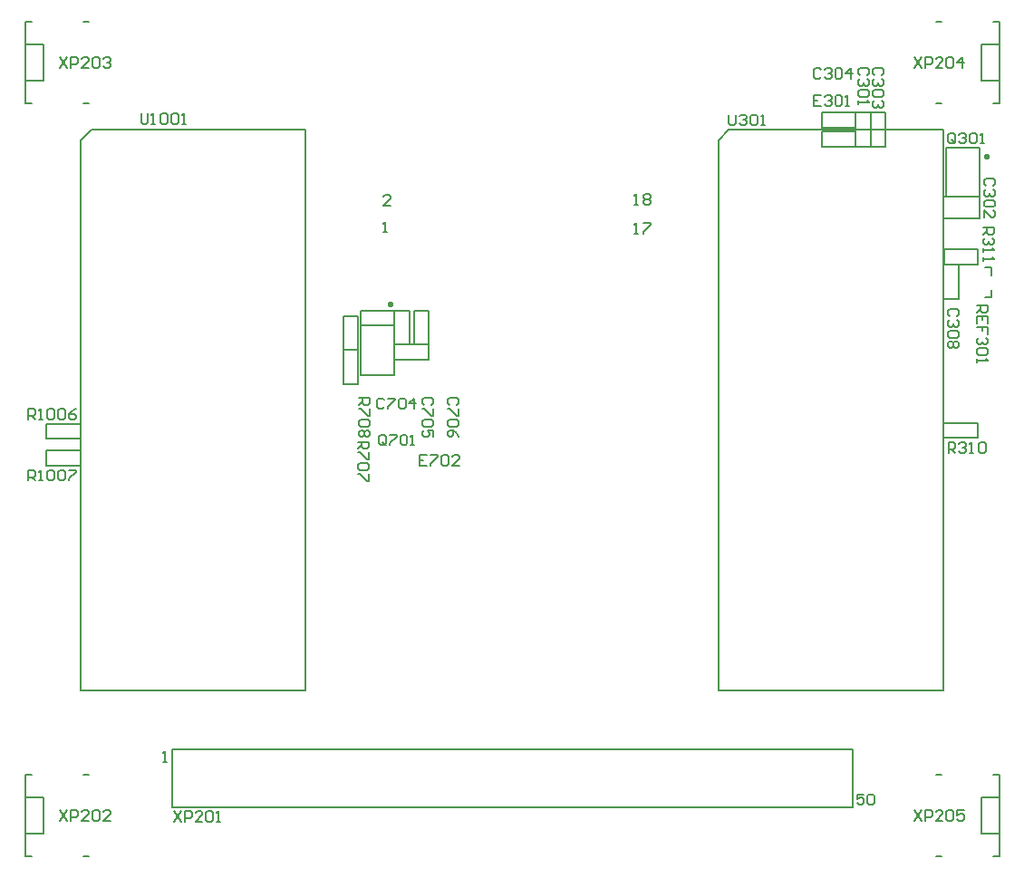
<source format=gto>
G04*
G04 #@! TF.GenerationSoftware,Altium Limited,Altium Designer,22.1.2 (22)*
G04*
G04 Layer_Color=65535*
%FSAX44Y44*%
%MOMM*%
G71*
G04*
G04 #@! TF.SameCoordinates,FD085C4F-33D3-4CAD-8C95-339AC6E91DDF*
G04*
G04*
G04 #@! TF.FilePolarity,Positive*
G04*
G01*
G75*
%ADD10C,0.1530*%
%ADD11C,0.2000*%
%ADD12C,0.2540*%
D10*
X00312000Y00493000D02*
X00326000D01*
Y00525000D01*
X00312000D02*
X00326000D01*
X00312000Y00493000D02*
Y00525000D01*
X00312000Y00461000D02*
Y00493000D01*
X00326000D01*
Y00461000D02*
Y00493000D01*
X00312000Y00461000D02*
X00326000D01*
X00066800Y00689300D02*
X00076550Y00699050D01*
X00277000Y00699050D01*
X00066800Y00175000D02*
X00277000D01*
X00066800Y00689300D02*
X00066800Y00175000D01*
X00277000Y00699050D02*
X00277000Y00175000D01*
X00035000Y00424000D02*
X00067000D01*
Y00410000D02*
Y00424000D01*
X00035000Y00410000D02*
X00067000D01*
X00035000D02*
Y00424000D01*
Y00399000D02*
X00067000D01*
Y00385000D02*
Y00399000D01*
X00035000Y00385000D02*
X00067000D01*
X00035000D02*
Y00399000D01*
X00378000Y00530000D02*
X00392000D01*
X00378000D02*
X00378000Y00498000D01*
X00392000Y00498000D01*
Y00530000D01*
X00360000Y00498000D02*
X00392000D01*
X00360000D02*
X00360000Y00484000D01*
X00392000D02*
X00392000Y00498000D01*
X00360000Y00484000D02*
X00392000D01*
X00360000Y00530000D02*
X00374000Y00530000D01*
X00360000Y00498000D02*
Y00530000D01*
Y00498000D02*
X00374000Y00498000D01*
Y00530000D01*
X00328000Y00470000D02*
X00360000D01*
X00360000Y00516000D02*
X00360000Y00470000D01*
X00328000D02*
X00328000Y00516000D01*
X00360000D01*
X00328000D02*
Y00530000D01*
Y00516000D02*
X00360000D01*
Y00530000D01*
X00328000D02*
X00360000D01*
X00873000Y00616000D02*
Y00636000D01*
X00907000D01*
Y00616000D02*
Y00636000D01*
X00873000Y00616000D02*
X00907000D01*
X00152000Y00066000D02*
Y00120000D01*
X00788000D01*
Y00066000D02*
Y00120000D01*
X00152000Y00066000D02*
X00788000D01*
X00873250Y00573000D02*
X00905250D01*
X00873250D02*
Y00587000D01*
X00905250D01*
Y00573000D02*
Y00587000D01*
X00672550Y00699050D02*
X00873000D01*
X00662800Y00689300D02*
X00672550Y00699050D01*
X00873000D02*
X00873000Y00175000D01*
X00805000Y00683000D02*
Y00715000D01*
X00791000Y00683000D02*
X00805000Y00683000D01*
X00791000Y00683000D02*
Y00715000D01*
X00805000D01*
X00873000Y00541000D02*
Y00573000D01*
X00887000Y00573000D01*
Y00541000D02*
Y00573000D01*
X00873000Y00541000D02*
X00887000Y00541000D01*
X00912000Y00570500D02*
X00918000D01*
Y00563000D02*
Y00570500D01*
X00912000Y00542000D02*
X00918000D01*
Y00549000D01*
X00791000Y00701000D02*
Y00715000D01*
X00759000D02*
X00791000D01*
X00759000Y00701000D02*
X00759000Y00715000D01*
X00759000Y00701000D02*
X00791000D01*
X00759000Y00697000D02*
X00791000Y00697000D01*
X00759000Y00683000D02*
Y00697000D01*
X00791000Y00697000D02*
X00791000Y00683000D01*
X00759000Y00683000D02*
X00791000Y00683000D01*
X00805000Y00715000D02*
X00819000Y00715000D01*
X00805000Y00683000D02*
Y00715000D01*
Y00683000D02*
X00819000Y00683000D01*
Y00715000D01*
X00873000Y00411000D02*
X00905000D01*
X00873000D02*
Y00425000D01*
X00905000D01*
Y00411000D02*
Y00425000D01*
X00875000Y00636000D02*
X00907000D01*
Y00682000D01*
X00875000Y00636000D02*
Y00682000D01*
X00907000D01*
X00662800Y00175000D02*
Y00689300D01*
Y00175000D02*
X00873000D01*
X00069000Y00724000D02*
X00074000D01*
X00069000Y00800000D02*
X00074000D01*
X00015000Y00779000D02*
X00032000D01*
Y00745000D02*
Y00779000D01*
X00015000Y00745000D02*
X00032000D01*
X00015000Y00724000D02*
X00021000D01*
X00015000Y00800000D02*
X00021000D01*
X00015000Y00724000D02*
Y00800000D01*
X00866000Y00096000D02*
X00871000D01*
X00866000Y00020000D02*
X00871000D01*
X00908000Y00041000D02*
X00925000D01*
X00908000D02*
Y00075000D01*
X00925000D01*
X00919000Y00096000D02*
X00925000D01*
X00919000Y00020000D02*
X00925000D01*
Y00096000D01*
X00069000Y00020000D02*
X00074000D01*
X00069000Y00096000D02*
X00074000D01*
X00015000Y00075000D02*
X00032000D01*
Y00041000D02*
Y00075000D01*
X00015000Y00041000D02*
X00032000D01*
X00015000Y00020000D02*
X00021000D01*
X00015000Y00096000D02*
X00021000D01*
X00015000Y00020000D02*
Y00096000D01*
X00925000Y00724000D02*
Y00800000D01*
X00919000Y00724000D02*
X00925000D01*
X00919000Y00800000D02*
X00925000D01*
X00908000Y00779000D02*
X00925000D01*
X00908000Y00745000D02*
Y00779000D01*
Y00745000D02*
X00925000D01*
X00866000Y00724000D02*
X00871000D01*
X00866000Y00800000D02*
X00871000D01*
D11*
X00356665Y00628000D02*
X00350000D01*
X00356665Y00634664D01*
Y00636331D01*
X00354998Y00637997D01*
X00351666D01*
X00350000Y00636331D01*
Y00603000D02*
X00353332D01*
X00351666D01*
Y00612997D01*
X00350000Y00611331D01*
X00584502Y00629000D02*
X00587835D01*
X00586169D01*
Y00638997D01*
X00584502Y00637331D01*
X00592833D02*
X00594499Y00638997D01*
X00597831D01*
X00599498Y00637331D01*
Y00635664D01*
X00597831Y00633998D01*
X00599498Y00632332D01*
Y00630666D01*
X00597831Y00629000D01*
X00594499D01*
X00592833Y00630666D01*
Y00632332D01*
X00594499Y00633998D01*
X00592833Y00635664D01*
Y00637331D01*
X00594499Y00633998D02*
X00597831D01*
X00584502Y00602000D02*
X00587835D01*
X00586169D01*
Y00611997D01*
X00584502Y00610331D01*
X00592833Y00611997D02*
X00599498D01*
Y00610331D01*
X00592833Y00603666D01*
Y00602000D01*
X00144000Y00108000D02*
X00147332D01*
X00145666D01*
Y00117997D01*
X00144000Y00116331D01*
X00798664Y00077997D02*
X00792000D01*
Y00072998D01*
X00795332Y00074665D01*
X00796998D01*
X00798664Y00072998D01*
Y00069666D01*
X00796998Y00068000D01*
X00793666D01*
X00792000Y00069666D01*
X00801997Y00076331D02*
X00803663Y00077997D01*
X00806995D01*
X00808661Y00076331D01*
Y00069666D01*
X00806995Y00068000D01*
X00803663D01*
X00801997Y00069666D01*
Y00076331D01*
X00017507Y00371002D02*
Y00380998D01*
X00022506D01*
X00024172Y00379332D01*
Y00376000D01*
X00022506Y00374334D01*
X00017507D01*
X00020840D02*
X00024172Y00371002D01*
X00027504D02*
X00030836D01*
X00029170D01*
Y00380998D01*
X00027504Y00379332D01*
X00035835D02*
X00037501Y00380998D01*
X00040833D01*
X00042499Y00379332D01*
Y00372668D01*
X00040833Y00371002D01*
X00037501D01*
X00035835Y00372668D01*
Y00379332D01*
X00045831D02*
X00047498Y00380998D01*
X00050830D01*
X00052496Y00379332D01*
Y00372668D01*
X00050830Y00371002D01*
X00047498D01*
X00045831Y00372668D01*
Y00379332D01*
X00055828Y00380998D02*
X00062493D01*
Y00379332D01*
X00055828Y00372668D01*
Y00371002D01*
X00017507Y00428002D02*
Y00437998D01*
X00022506D01*
X00024172Y00436332D01*
Y00433000D01*
X00022506Y00431334D01*
X00017507D01*
X00020840D02*
X00024172Y00428002D01*
X00027504D02*
X00030836D01*
X00029170D01*
Y00437998D01*
X00027504Y00436332D01*
X00035835D02*
X00037501Y00437998D01*
X00040833D01*
X00042499Y00436332D01*
Y00429668D01*
X00040833Y00428002D01*
X00037501D01*
X00035835Y00429668D01*
Y00436332D01*
X00045831D02*
X00047498Y00437998D01*
X00050830D01*
X00052496Y00436332D01*
Y00429668D01*
X00050830Y00428002D01*
X00047498D01*
X00045831Y00429668D01*
Y00436332D01*
X00062493Y00437998D02*
X00059160Y00436332D01*
X00055828Y00433000D01*
Y00429668D01*
X00057494Y00428002D01*
X00060827D01*
X00062493Y00429668D01*
Y00431334D01*
X00060827Y00433000D01*
X00055828D01*
X00327002Y00448327D02*
X00336998D01*
Y00443329D01*
X00335332Y00441663D01*
X00332000D01*
X00330334Y00443329D01*
Y00448327D01*
Y00444995D02*
X00327002Y00441663D01*
X00336998Y00438331D02*
Y00431666D01*
X00335332D01*
X00328668Y00438331D01*
X00327002D01*
X00335332Y00428334D02*
X00336998Y00426668D01*
Y00423335D01*
X00335332Y00421669D01*
X00328668D01*
X00327002Y00423335D01*
Y00426668D01*
X00328668Y00428334D01*
X00335332D01*
Y00418337D02*
X00336998Y00416671D01*
Y00413339D01*
X00335332Y00411673D01*
X00333666D01*
X00332000Y00413339D01*
X00330334Y00411673D01*
X00328668D01*
X00327002Y00413339D01*
Y00416671D01*
X00328668Y00418337D01*
X00330334D01*
X00332000Y00416671D01*
X00333666Y00418337D01*
X00335332D01*
X00332000Y00416671D02*
Y00413339D01*
X00326002Y00407327D02*
X00335998D01*
Y00402329D01*
X00334332Y00400663D01*
X00331000D01*
X00329334Y00402329D01*
Y00407327D01*
Y00403995D02*
X00326002Y00400663D01*
X00335998Y00397331D02*
Y00390666D01*
X00334332D01*
X00327668Y00397331D01*
X00326002D01*
X00334332Y00387334D02*
X00335998Y00385668D01*
Y00382336D01*
X00334332Y00380669D01*
X00327668D01*
X00326002Y00382336D01*
Y00385668D01*
X00327668Y00387334D01*
X00334332D01*
X00335998Y00377337D02*
Y00370673D01*
X00334332D01*
X00327668Y00377337D01*
X00326002D01*
X00352003Y00405668D02*
Y00412332D01*
X00350337Y00413998D01*
X00347005D01*
X00345339Y00412332D01*
Y00405668D01*
X00347005Y00404002D01*
X00350337D01*
X00348671Y00407334D02*
X00352003Y00404002D01*
X00350337D02*
X00352003Y00405668D01*
X00355336Y00413998D02*
X00362000D01*
Y00412332D01*
X00355336Y00405668D01*
Y00404002D01*
X00365332Y00412332D02*
X00366998Y00413998D01*
X00370331D01*
X00371997Y00412332D01*
Y00405668D01*
X00370331Y00404002D01*
X00366998D01*
X00365332Y00405668D01*
Y00412332D01*
X00375329Y00404002D02*
X00378661D01*
X00376995D01*
Y00413998D01*
X00375329Y00412332D01*
X00390337Y00394998D02*
X00383673D01*
Y00385002D01*
X00390337D01*
X00383673Y00390000D02*
X00387005D01*
X00393669Y00394998D02*
X00400334D01*
Y00393332D01*
X00393669Y00386668D01*
Y00385002D01*
X00403666Y00393332D02*
X00405332Y00394998D01*
X00408665D01*
X00410331Y00393332D01*
Y00386668D01*
X00408665Y00385002D01*
X00405332D01*
X00403666Y00386668D01*
Y00393332D01*
X00420327Y00385002D02*
X00413663D01*
X00420327Y00391666D01*
Y00393332D01*
X00418661Y00394998D01*
X00415329D01*
X00413663Y00393332D01*
X00418332Y00441663D02*
X00419999Y00443329D01*
Y00446661D01*
X00418332Y00448327D01*
X00411668D01*
X00410002Y00446661D01*
Y00443329D01*
X00411668Y00441663D01*
X00419999Y00438331D02*
Y00431666D01*
X00418332D01*
X00411668Y00438331D01*
X00410002D01*
X00418332Y00428334D02*
X00419999Y00426668D01*
Y00423335D01*
X00418332Y00421669D01*
X00411668D01*
X00410002Y00423335D01*
Y00426668D01*
X00411668Y00428334D01*
X00418332D01*
X00419999Y00411673D02*
X00418332Y00415005D01*
X00415000Y00418337D01*
X00411668D01*
X00410002Y00416671D01*
Y00413339D01*
X00411668Y00411673D01*
X00413334D01*
X00415000Y00413339D01*
Y00418337D01*
X00394332Y00441663D02*
X00395998Y00443329D01*
Y00446661D01*
X00394332Y00448327D01*
X00387668D01*
X00386002Y00446661D01*
Y00443329D01*
X00387668Y00441663D01*
X00395998Y00438331D02*
Y00431666D01*
X00394332D01*
X00387668Y00438331D01*
X00386002D01*
X00394332Y00428334D02*
X00395998Y00426668D01*
Y00423335D01*
X00394332Y00421669D01*
X00387668D01*
X00386002Y00423335D01*
Y00426668D01*
X00387668Y00428334D01*
X00394332D01*
X00395998Y00411673D02*
Y00418337D01*
X00391000D01*
X00392666Y00415005D01*
Y00413339D01*
X00391000Y00411673D01*
X00387668D01*
X00386002Y00413339D01*
Y00416671D01*
X00387668Y00418337D01*
X00350337Y00446332D02*
X00348671Y00447998D01*
X00345339D01*
X00343673Y00446332D01*
Y00439668D01*
X00345339Y00438002D01*
X00348671D01*
X00350337Y00439668D01*
X00353669Y00447998D02*
X00360334D01*
Y00446332D01*
X00353669Y00439668D01*
Y00438002D01*
X00363666Y00446332D02*
X00365332Y00447998D01*
X00368665D01*
X00370331Y00446332D01*
Y00439668D01*
X00368665Y00438002D01*
X00365332D01*
X00363666Y00439668D01*
Y00446332D01*
X00378661Y00438002D02*
Y00447998D01*
X00373663Y00443000D01*
X00380327D01*
X00123173Y00713998D02*
Y00705668D01*
X00124839Y00704002D01*
X00128172D01*
X00129838Y00705668D01*
Y00713998D01*
X00133170Y00704002D02*
X00136502D01*
X00134836D01*
Y00713998D01*
X00133170Y00712332D01*
X00141501D02*
X00143167Y00713998D01*
X00146499D01*
X00148165Y00712332D01*
Y00705668D01*
X00146499Y00704002D01*
X00143167D01*
X00141501Y00705668D01*
Y00712332D01*
X00151498D02*
X00153164Y00713998D01*
X00156496D01*
X00158162Y00712332D01*
Y00705668D01*
X00156496Y00704002D01*
X00153164D01*
X00151498Y00705668D01*
Y00712332D01*
X00161494Y00704002D02*
X00164827D01*
X00163160D01*
Y00713998D01*
X00161494Y00712332D01*
X00904002Y00534658D02*
X00913998D01*
Y00529660D01*
X00912332Y00527994D01*
X00909000D01*
X00907334Y00529660D01*
Y00534658D01*
Y00531326D02*
X00904002Y00527994D01*
X00913998Y00517997D02*
Y00524661D01*
X00904002D01*
Y00517997D01*
X00909000Y00524661D02*
Y00521329D01*
X00913998Y00508000D02*
Y00514664D01*
X00909000D01*
Y00511332D01*
Y00514664D01*
X00904002D01*
X00912332Y00504668D02*
X00913998Y00503002D01*
Y00499669D01*
X00912332Y00498003D01*
X00910666D01*
X00909000Y00499669D01*
Y00501335D01*
Y00499669D01*
X00907334Y00498003D01*
X00905668D01*
X00904002Y00499669D01*
Y00503002D01*
X00905668Y00504668D01*
X00912332Y00494671D02*
X00913998Y00493005D01*
Y00489673D01*
X00912332Y00488006D01*
X00905668D01*
X00904002Y00489673D01*
Y00493005D01*
X00905668Y00494671D01*
X00912332D01*
X00904002Y00484674D02*
Y00481342D01*
Y00483008D01*
X00913998D01*
X00912332Y00484674D01*
X00801332Y00749663D02*
X00802998Y00751329D01*
Y00754661D01*
X00801332Y00756327D01*
X00794668D01*
X00793002Y00754661D01*
Y00751329D01*
X00794668Y00749663D01*
X00801332Y00746331D02*
X00802998Y00744665D01*
Y00741332D01*
X00801332Y00739666D01*
X00799666D01*
X00798000Y00741332D01*
Y00742998D01*
Y00741332D01*
X00796334Y00739666D01*
X00794668D01*
X00793002Y00741332D01*
Y00744665D01*
X00794668Y00746331D01*
X00801332Y00736334D02*
X00802998Y00734668D01*
Y00731335D01*
X00801332Y00729669D01*
X00794668D01*
X00793002Y00731335D01*
Y00734668D01*
X00794668Y00736334D01*
X00801332D01*
X00793002Y00726337D02*
Y00723005D01*
Y00724671D01*
X00802998D01*
X00801332Y00726337D01*
X00758337Y00730998D02*
X00751673D01*
Y00721002D01*
X00758337D01*
X00751673Y00726000D02*
X00755005D01*
X00761669Y00729332D02*
X00763335Y00730998D01*
X00766668D01*
X00768334Y00729332D01*
Y00727666D01*
X00766668Y00726000D01*
X00765002D01*
X00766668D01*
X00768334Y00724334D01*
Y00722668D01*
X00766668Y00721002D01*
X00763335D01*
X00761669Y00722668D01*
X00771666Y00729332D02*
X00773332Y00730998D01*
X00776665D01*
X00778331Y00729332D01*
Y00722668D01*
X00776665Y00721002D01*
X00773332D01*
X00771666Y00722668D01*
Y00729332D01*
X00781663Y00721002D02*
X00784995D01*
X00783329D01*
Y00730998D01*
X00781663Y00729332D01*
X00672339Y00712998D02*
Y00704668D01*
X00674005Y00703002D01*
X00677337D01*
X00679003Y00704668D01*
Y00712998D01*
X00682336Y00711332D02*
X00684002Y00712998D01*
X00687334D01*
X00689000Y00711332D01*
Y00709666D01*
X00687334Y00708000D01*
X00685668D01*
X00687334D01*
X00689000Y00706334D01*
Y00704668D01*
X00687334Y00703002D01*
X00684002D01*
X00682336Y00704668D01*
X00692332Y00711332D02*
X00693998Y00712998D01*
X00697331D01*
X00698997Y00711332D01*
Y00704668D01*
X00697331Y00703002D01*
X00693998D01*
X00692332Y00704668D01*
Y00711332D01*
X00702329Y00703002D02*
X00705661D01*
X00703995D01*
Y00712998D01*
X00702329Y00711332D01*
X00877506Y00397002D02*
Y00406998D01*
X00882504D01*
X00884170Y00405332D01*
Y00402000D01*
X00882504Y00400334D01*
X00877506D01*
X00880838D02*
X00884170Y00397002D01*
X00887502Y00405332D02*
X00889169Y00406998D01*
X00892501D01*
X00894167Y00405332D01*
Y00403666D01*
X00892501Y00402000D01*
X00890835D01*
X00892501D01*
X00894167Y00400334D01*
Y00398668D01*
X00892501Y00397002D01*
X00889169D01*
X00887502Y00398668D01*
X00897499Y00397002D02*
X00900831D01*
X00899165D01*
Y00406998D01*
X00897499Y00405332D01*
X00905830D02*
X00907496Y00406998D01*
X00910828D01*
X00912494Y00405332D01*
Y00398668D01*
X00910828Y00397002D01*
X00907496D01*
X00905830Y00398668D01*
Y00405332D01*
X00910002Y00607828D02*
X00919998D01*
Y00602830D01*
X00918332Y00601164D01*
X00915000D01*
X00913334Y00602830D01*
Y00607828D01*
Y00604496D02*
X00910002Y00601164D01*
X00918332Y00597831D02*
X00919998Y00596165D01*
Y00592833D01*
X00918332Y00591167D01*
X00916666D01*
X00915000Y00592833D01*
Y00594499D01*
Y00592833D01*
X00913334Y00591167D01*
X00911668D01*
X00910002Y00592833D01*
Y00596165D01*
X00911668Y00597831D01*
X00910002Y00587835D02*
Y00584502D01*
Y00586169D01*
X00919998D01*
X00918332Y00587835D01*
X00910002Y00579504D02*
Y00576172D01*
Y00577838D01*
X00919998D01*
X00918332Y00579504D01*
X00884003Y00687668D02*
Y00694332D01*
X00882337Y00695998D01*
X00879005D01*
X00877339Y00694332D01*
Y00687668D01*
X00879005Y00686002D01*
X00882337D01*
X00880671Y00689334D02*
X00884003Y00686002D01*
X00882337D02*
X00884003Y00687668D01*
X00887336Y00694332D02*
X00889002Y00695998D01*
X00892334D01*
X00894000Y00694332D01*
Y00692666D01*
X00892334Y00691000D01*
X00890668D01*
X00892334D01*
X00894000Y00689334D01*
Y00687668D01*
X00892334Y00686002D01*
X00889002D01*
X00887336Y00687668D01*
X00897332Y00694332D02*
X00898998Y00695998D01*
X00902331D01*
X00903997Y00694332D01*
Y00687668D01*
X00902331Y00686002D01*
X00898998D01*
X00897332Y00687668D01*
Y00694332D01*
X00907329Y00686002D02*
X00910661D01*
X00908995D01*
Y00695998D01*
X00907329Y00694332D01*
X00885332Y00524663D02*
X00886998Y00526329D01*
Y00529661D01*
X00885332Y00531327D01*
X00878668D01*
X00877002Y00529661D01*
Y00526329D01*
X00878668Y00524663D01*
X00885332Y00521331D02*
X00886998Y00519664D01*
Y00516332D01*
X00885332Y00514666D01*
X00883666D01*
X00882000Y00516332D01*
Y00517998D01*
Y00516332D01*
X00880334Y00514666D01*
X00878668D01*
X00877002Y00516332D01*
Y00519664D01*
X00878668Y00521331D01*
X00885332Y00511334D02*
X00886998Y00509668D01*
Y00506335D01*
X00885332Y00504669D01*
X00878668D01*
X00877002Y00506335D01*
Y00509668D01*
X00878668Y00511334D01*
X00885332D01*
Y00501337D02*
X00886998Y00499671D01*
Y00496339D01*
X00885332Y00494673D01*
X00883666D01*
X00882000Y00496339D01*
X00880334Y00494673D01*
X00878668D01*
X00877002Y00496339D01*
Y00499671D01*
X00878668Y00501337D01*
X00880334D01*
X00882000Y00499671D01*
X00883666Y00501337D01*
X00885332D01*
X00882000Y00499671D02*
Y00496339D01*
X00919332Y00646663D02*
X00920998Y00648329D01*
Y00651661D01*
X00919332Y00653327D01*
X00912668D01*
X00911002Y00651661D01*
Y00648329D01*
X00912668Y00646663D01*
X00919332Y00643331D02*
X00920998Y00641665D01*
Y00638332D01*
X00919332Y00636666D01*
X00917666D01*
X00916000Y00638332D01*
Y00639998D01*
Y00638332D01*
X00914334Y00636666D01*
X00912668D01*
X00911002Y00638332D01*
Y00641665D01*
X00912668Y00643331D01*
X00919332Y00633334D02*
X00920998Y00631668D01*
Y00628335D01*
X00919332Y00626669D01*
X00912668D01*
X00911002Y00628335D01*
Y00631668D01*
X00912668Y00633334D01*
X00919332D01*
X00911002Y00616673D02*
Y00623337D01*
X00917666Y00616673D01*
X00919332D01*
X00920998Y00618339D01*
Y00621671D01*
X00919332Y00623337D01*
X00815332Y00749663D02*
X00816998Y00751329D01*
Y00754661D01*
X00815332Y00756327D01*
X00808668D01*
X00807002Y00754661D01*
Y00751329D01*
X00808668Y00749663D01*
X00815332Y00746331D02*
X00816998Y00744665D01*
Y00741332D01*
X00815332Y00739666D01*
X00813666D01*
X00812000Y00741332D01*
Y00742998D01*
Y00741332D01*
X00810334Y00739666D01*
X00808668D01*
X00807002Y00741332D01*
Y00744665D01*
X00808668Y00746331D01*
X00815332Y00736334D02*
X00816998Y00734668D01*
Y00731336D01*
X00815332Y00729669D01*
X00808668D01*
X00807002Y00731336D01*
Y00734668D01*
X00808668Y00736334D01*
X00815332D01*
Y00726337D02*
X00816998Y00724671D01*
Y00721339D01*
X00815332Y00719673D01*
X00813666D01*
X00812000Y00721339D01*
Y00723005D01*
Y00721339D01*
X00810334Y00719673D01*
X00808668D01*
X00807002Y00721339D01*
Y00724671D01*
X00808668Y00726337D01*
X00758337Y00754661D02*
X00756671Y00756327D01*
X00753339D01*
X00751673Y00754661D01*
Y00747997D01*
X00753339Y00746331D01*
X00756671D01*
X00758337Y00747997D01*
X00761669Y00754661D02*
X00763335Y00756327D01*
X00766668D01*
X00768334Y00754661D01*
Y00752995D01*
X00766668Y00751329D01*
X00765002D01*
X00766668D01*
X00768334Y00749663D01*
Y00747997D01*
X00766668Y00746331D01*
X00763335D01*
X00761669Y00747997D01*
X00771666Y00754661D02*
X00773332Y00756327D01*
X00776665D01*
X00778331Y00754661D01*
Y00747997D01*
X00776665Y00746331D01*
X00773332D01*
X00771666Y00747997D01*
Y00754661D01*
X00786661Y00746331D02*
Y00756327D01*
X00781663Y00751329D01*
X00788327D01*
X00154000Y00062000D02*
X00160665Y00052003D01*
Y00062000D02*
X00154000Y00052003D01*
X00163997D02*
Y00062000D01*
X00168995D01*
X00170661Y00060334D01*
Y00057002D01*
X00168995Y00055335D01*
X00163997D01*
X00180658Y00052003D02*
X00173994D01*
X00180658Y00058668D01*
Y00060334D01*
X00178992Y00062000D01*
X00175660D01*
X00173994Y00060334D01*
X00183990D02*
X00185657Y00062000D01*
X00188989D01*
X00190655Y00060334D01*
Y00053669D01*
X00188989Y00052003D01*
X00185657D01*
X00183990Y00053669D01*
Y00060334D01*
X00193987Y00052003D02*
X00197319D01*
X00195653D01*
Y00062000D01*
X00193987Y00060334D01*
X00047674Y00062998D02*
X00054339Y00053002D01*
Y00062998D02*
X00047674Y00053002D01*
X00057671D02*
Y00062998D01*
X00062669D01*
X00064335Y00061332D01*
Y00058000D01*
X00062669Y00056334D01*
X00057671D01*
X00074332Y00053002D02*
X00067668D01*
X00074332Y00059666D01*
Y00061332D01*
X00072666Y00062998D01*
X00069334D01*
X00067668Y00061332D01*
X00077664D02*
X00079331Y00062998D01*
X00082663D01*
X00084329Y00061332D01*
Y00054668D01*
X00082663Y00053002D01*
X00079331D01*
X00077664Y00054668D01*
Y00061332D01*
X00094326Y00053002D02*
X00087661D01*
X00094326Y00059666D01*
Y00061332D01*
X00092660Y00062998D01*
X00089327D01*
X00087661Y00061332D01*
X00047674Y00766998D02*
X00054339Y00757002D01*
Y00766998D02*
X00047674Y00757002D01*
X00057671D02*
Y00766998D01*
X00062669D01*
X00064335Y00765332D01*
Y00762000D01*
X00062669Y00760334D01*
X00057671D01*
X00074332Y00757002D02*
X00067668D01*
X00074332Y00763666D01*
Y00765332D01*
X00072666Y00766998D01*
X00069334D01*
X00067668Y00765332D01*
X00077665D02*
X00079331Y00766998D01*
X00082663D01*
X00084329Y00765332D01*
Y00758668D01*
X00082663Y00757002D01*
X00079331D01*
X00077665Y00758668D01*
Y00765332D01*
X00087661D02*
X00089327Y00766998D01*
X00092660D01*
X00094326Y00765332D01*
Y00763666D01*
X00092660Y00762000D01*
X00090994D01*
X00092660D01*
X00094326Y00760334D01*
Y00758668D01*
X00092660Y00757002D01*
X00089327D01*
X00087661Y00758668D01*
X00845674Y00766998D02*
X00852339Y00757002D01*
Y00766998D02*
X00845674Y00757002D01*
X00855671D02*
Y00766998D01*
X00860669D01*
X00862336Y00765332D01*
Y00762000D01*
X00860669Y00760334D01*
X00855671D01*
X00872332Y00757002D02*
X00865668D01*
X00872332Y00763666D01*
Y00765332D01*
X00870666Y00766998D01*
X00867334D01*
X00865668Y00765332D01*
X00875665D02*
X00877331Y00766998D01*
X00880663D01*
X00882329Y00765332D01*
Y00758668D01*
X00880663Y00757002D01*
X00877331D01*
X00875665Y00758668D01*
Y00765332D01*
X00890660Y00757002D02*
Y00766998D01*
X00885661Y00762000D01*
X00892326D01*
X00845674Y00062998D02*
X00852339Y00053002D01*
Y00062998D02*
X00845674Y00053002D01*
X00855671D02*
Y00062998D01*
X00860669D01*
X00862336Y00061332D01*
Y00058000D01*
X00860669Y00056334D01*
X00855671D01*
X00872332Y00053002D02*
X00865668D01*
X00872332Y00059666D01*
Y00061332D01*
X00870666Y00062998D01*
X00867334D01*
X00865668Y00061332D01*
X00875665D02*
X00877331Y00062998D01*
X00880663D01*
X00882329Y00061332D01*
Y00054668D01*
X00880663Y00053002D01*
X00877331D01*
X00875665Y00054668D01*
Y00061332D01*
X00892326Y00062998D02*
X00885661D01*
Y00058000D01*
X00888994Y00059666D01*
X00890660D01*
X00892326Y00058000D01*
Y00054668D01*
X00890660Y00053002D01*
X00887327D01*
X00885661Y00054668D01*
D12*
X00354540Y00537460D02*
X00357079D01*
Y00534921D01*
X00354540D01*
Y00537460D01*
X00911540Y00675460D02*
X00914079D01*
Y00672921D01*
X00911540D01*
Y00675460D01*
M02*

</source>
